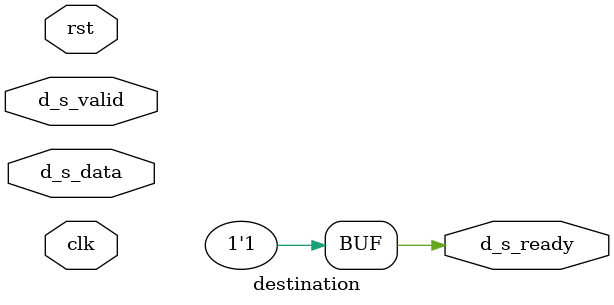
<source format=v>
`timescale 1ns / 1ps
module destination(
    input  wire          clk              ,
    input  wire          rst              ,
    input  wire          d_s_valid        ,
    output reg           d_s_ready  = 0   ,
    input  wire [DW-1:0] d_s_data             
); 

parameter           DW   = 8 ;
reg        [DW-1:0] data = 0 ;


initial
begin
    #75
    d_s_ready = 1 ;
    #50
    d_s_ready = 0 ;
    #50
    d_s_ready = 1 ;
end

always@(posedge clk)
begin
    if(rst == 1)
    begin
        data <= 0            ;
    end
    else if(d_s_valid && d_s_ready)
    begin
        data <= d_s_data + 1 ;
    end

end

endmodule
</source>
